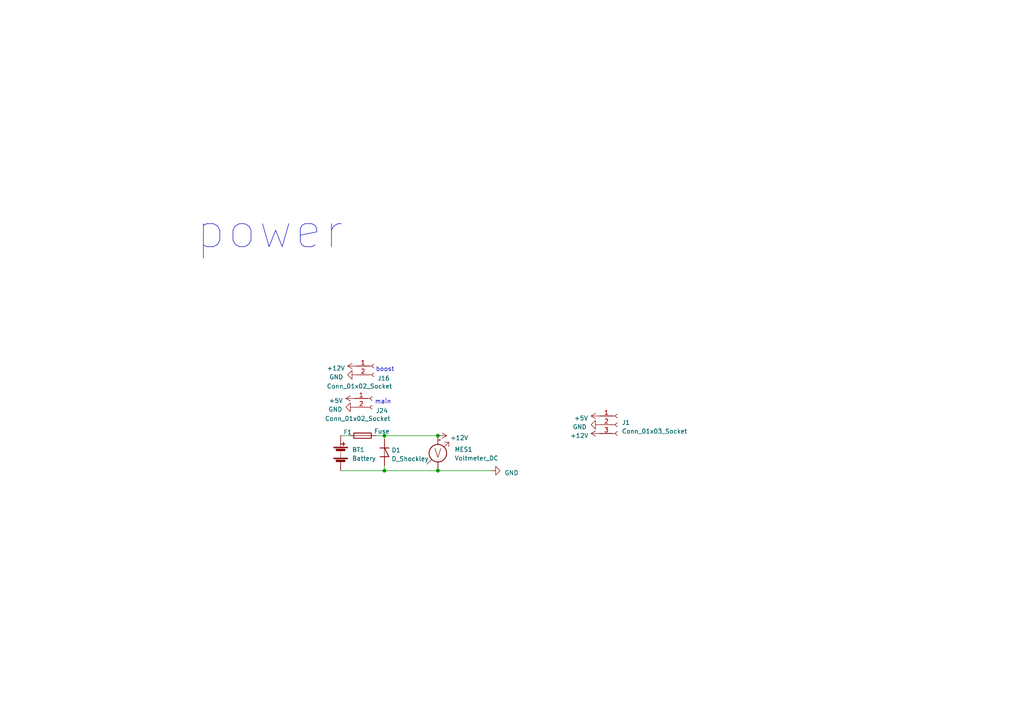
<source format=kicad_sch>
(kicad_sch (version 20230121) (generator eeschema)
  (paper "A4")
  (lib_symbols
    (symbol "Connector:Conn_01x02_Socket" (pin_names (offset 1.016) hide)
      (property "Reference" "J" (at 0 2.54 0))
      (property "Value" "Conn_01x02_Socket" (at 0 -5.08 0))
      (symbol "Conn_01x02_Socket_1_1"
        (arc (start 0 -2.032) (mid -0.5058 -2.54) (end 0 -3.048) (stroke (width 0.1524)))
        (polyline (pts (xy -1.27 -2.54) (xy -0.508 -2.54)) (stroke (width 0.1524)))
        (polyline (pts (xy -1.27 0) (xy -0.508 0)) (stroke (width 0.1524)))
        (arc (start 0 0.508) (mid -0.5058 0) (end 0 -0.508) (stroke (width 0.1524)))
        (pin passive line (at -5.08 0 0) (length 3.81) (name "Pin_1") (number "1"))
        (pin passive line (at -5.08 -2.54 0) (length 3.81) (name "Pin_2") (number "2"))
      )
    )
    (symbol "Connector:Conn_01x03_Socket" (pin_names (offset 1.016) hide)
      (property "Reference" "J" (at 0 5.08 0))
      (property "Value" "Conn_01x03_Socket" (at 0 -5.08 0))
      (symbol "Conn_01x03_Socket_1_1"
        (arc (start 0 -2.032) (mid -0.5058 -2.54) (end 0 -3.048) (stroke (width 0.1524)))
        (polyline (pts (xy -1.27 -2.54) (xy -0.508 -2.54)) (stroke (width 0.1524)))
        (polyline (pts (xy -1.27 0) (xy -0.508 0)) (stroke (width 0.1524)))
        (polyline (pts (xy -1.27 2.54) (xy -0.508 2.54)) (stroke (width 0.1524)))
        (arc (start 0 0.508) (mid -0.5058 0) (end 0 -0.508) (stroke (width 0.1524)))
        (arc (start 0 3.048) (mid -0.5058 2.54) (end 0 2.032) (stroke (width 0.1524)))
        (pin passive line (at -5.08 2.54 0) (length 3.81) (name "Pin_1") (number "1"))
        (pin passive line (at -5.08 0 0) (length 3.81) (name "Pin_2") (number "2"))
        (pin passive line (at -5.08 -2.54 0) (length 3.81) (name "Pin_3") (number "3"))
      )
    )
    (symbol "Device:Battery" (pin_numbers hide) (pin_names (offset 0) hide)
      (property "Reference" "BT" (at 2.54 2.54 0))
      (property "Value" "Battery" (at 2.54 0 0))
      (symbol "Battery_0_1"
        (rectangle (start -2.032 -1.397) (end 2.032 -1.651) (fill (type outline)))
        (rectangle (start -2.032 1.778) (end 2.032 1.524) (fill (type outline)))
        (rectangle (start -1.3208 -1.9812) (end 1.27 -2.4892) (fill (type outline)))
        (rectangle (start -1.3208 1.1938) (end 1.27 0.6858) (fill (type outline)))
        (polyline (pts (xy 0 -1.524) (xy 0 -1.27)))
        (polyline (pts (xy 0 -1.016) (xy 0 -0.762)))
        (polyline (pts (xy 0 -0.508) (xy 0 -0.254)))
        (polyline (pts (xy 0 0) (xy 0 0.254)))
        (polyline (pts (xy 0 0.508) (xy 0 0.762)))
        (polyline (pts (xy 0 1.778) (xy 0 2.54)))
        (polyline (pts (xy 0.254 2.667) (xy 1.27 2.667)) (stroke (width 0.254)))
        (polyline (pts (xy 0.762 3.175) (xy 0.762 2.159)) (stroke (width 0.254)))
      )
      (symbol "Battery_1_1"
        (pin passive line (at 0 5.08 270) (length 2.54) (name "+") (number "1"))
        (pin passive line (at 0 -5.08 90) (length 2.54) (name "-") (number "2"))
      )
    )
    (symbol "Device:D_Shockley" (pin_numbers hide) (pin_names (offset 1.016) hide)
      (property "Reference" "D" (at 0 2.54 0))
      (property "Value" "D_Shockley" (at 0 -2.54 0))
      (symbol "D_Shockley_0_1"
        (polyline (pts (xy -1.27 0) (xy 1.27 0)))
        (polyline (pts (xy -1.27 1.27) (xy -1.27 -1.27)) (stroke (width 0.254)))
        (polyline (pts (xy -1.27 0) (xy 1.27 1.27) (xy 1.27 -1.27)) (stroke (width 0.254)))
      )
      (symbol "D_Shockley_1_1"
        (pin passive line (at -3.81 0 0) (length 2.54) (name "K") (number "1"))
        (pin passive line (at 3.81 0 180) (length 2.54) (name "A") (number "2"))
      )
    )
    (symbol "Device:Fuse" (pin_numbers hide) (pin_names (offset 0))
      (property "Reference" "F" (at 2.032 0 90))
      (property "Value" "Fuse" (at -1.905 0 90))
      (symbol "Fuse_0_1"
        (rectangle (start -0.762 -2.54) (end 0.762 2.54) (stroke (width 0.254)))
        (polyline (pts (xy 0 2.54) (xy 0 -2.54)))
      )
      (symbol "Fuse_1_1"
        (pin passive line (at 0 3.81 270) (length 1.27) (name "~") (number "1"))
        (pin passive line (at 0 -3.81 90) (length 1.27) (name "~") (number "2"))
      )
    )
    (symbol "Device:Voltmeter_DC" (pin_numbers hide) (pin_names (offset 0.0254) hide)
      (property "Reference" "MES" (at -3.302 1.016 0))
      (property "Value" "Voltmeter_DC" (at -3.302 -0.762 0))
      (symbol "Voltmeter_DC_0_0"
        (polyline (pts (xy -3.175 -3.175) (xy -1.905 -1.905)))
        (polyline (pts (xy 1.905 1.905) (xy 3.175 3.175)))
        (polyline (pts (xy 1.905 3.175) (xy 3.175 3.175) (xy 3.175 1.905)))
        (text "V" (at 0 0 0) (effects (font (size 2.54 2.54))))
      )
      (symbol "Voltmeter_DC_0_1"
        (polyline (pts (xy 0.254 3.81) (xy 0.762 3.81)))
        (polyline (pts (xy 0.508 4.064) (xy 0.508 3.556)))
        (circle (center 0 0) (radius 2.54) (stroke (width 0.254)))
      )
      (symbol "Voltmeter_DC_1_1"
        (pin passive line (at 0 -5.08 90) (length 2.54) (name "-") (number "1"))
        (pin passive line (at 0 5.08 270) (length 2.54) (name "+") (number "2"))
      )
    )
    (symbol "power:+12V" (power) (pin_names (offset 0))
      (property "Value" "+12V" (at 0 3.556 0))
      (symbol "+12V_0_1"
        (polyline (pts (xy -0.762 1.27) (xy 0 2.54)))
        (polyline (pts (xy 0 0) (xy 0 2.54)))
        (polyline (pts (xy 0 2.54) (xy 0.762 1.27)))
      )
      (symbol "+12V_1_1"
        (pin power_in line (at 0 0 90) (length 0) hide (name "+12V") (number "1"))
      )
    )
    (symbol "power:+5V" (power) (pin_names (offset 0))
      (property "Value" "+5V" (at 0 3.556 0))
      (symbol "+5V_0_1"
        (polyline (pts (xy -0.762 1.27) (xy 0 2.54)))
        (polyline (pts (xy 0 0) (xy 0 2.54)))
        (polyline (pts (xy 0 2.54) (xy 0.762 1.27)))
      )
      (symbol "+5V_1_1"
        (pin power_in line (at 0 0 90) (length 0) hide (name "+5V") (number "1"))
      )
    )
    (symbol "power:GND" (power) (pin_names (offset 0))
      (property "Value" "GND" (at 0 -3.81 0))
      (symbol "GND_0_1"
        (polyline (pts (xy 0 0) (xy 0 -1.27) (xy 1.27 -1.27) (xy 0 -2.54) (xy -1.27 -1.27) (xy 0 -1.27)))
      )
      (symbol "GND_1_1"
        (pin power_in line (at 0 0 270) (length 0) hide (name "GND") (number "1"))
      )
    )
  )
  (junction (at 127 136.525))
  (junction (at 111.506 136.525))
  (junction (at 111.506 126.365))
  (junction (at 127 126.365))
  (wire (pts (xy 98.806 136.525) (xy 111.506 136.525)))
  (wire (pts (xy 111.506 135.001) (xy 111.506 136.525)))
  (wire (pts (xy 111.506 126.365) (xy 127 126.365)))
  (wire (pts (xy 142.494 136.525) (xy 127 136.525)))
  (wire (pts (xy 108.966 126.365) (xy 111.506 126.365)))
  (wire (pts (xy 98.806 126.365) (xy 101.346 126.365)))
  (wire (pts (xy 111.506 136.525) (xy 127 136.525)))
  (wire (pts (xy 111.506 127.381) (xy 111.506 126.365)))
  (text "main" (at 108.712 117.348 0) (effects (font (size 1.27 1.27)) (justify left bottom)))
  (text "power" (at 56.515 73.025 0) (effects (font (size 10 10)) (justify left bottom)))
  (text "boost" (at 108.966 107.95 0) (effects (font (size 1.27 1.27)) (justify left bottom)))
  (symbol (lib_id "Connector:Conn_01x02_Socket") (at 107.95 115.57 0) (unit 1)
    (property "Reference" "J24" (at 108.966 119.126 0) (effects (justify left)))
    (property "Value" "Conn_01x02_Socket" (at 94.234 121.412 0) (effects (justify left)))
    (property "Footprint" "Connector_PinHeader_2.54mm:PinHeader_1x02_P2.54mm_Vertical" (effects hide))
  )
  (symbol (lib_id "power:+12V") (at 173.99 125.73 90) (unit 1)
    (property "Reference" "#PWR08" (effects hide))
    (property "Value" "+12V" (at 170.688 126.365 90) (effects (justify left)))
  )
  (symbol (lib_id "Connector:Conn_01x02_Socket") (at 108.458 106.172 0) (unit 1)
    (property "Reference" "J16" (at 109.474 109.728 0) (effects (justify left)))
    (property "Value" "Conn_01x02_Socket" (at 94.742 112.014 0) (effects (justify left)))
    (property "Footprint" "Connector_PinHeader_2.54mm:PinHeader_1x02_P2.54mm_Vertical" (effects hide))
  )
  (symbol (lib_id "Device:Voltmeter_DC") (at 127 131.445 0) (unit 1)
    (property "Reference" "MES1" (at 131.826 130.3655 0) (effects (justify left)))
    (property "Value" "Voltmeter_DC" (at 131.826 132.9055 0) (effects (justify left)))
    (property "Footprint" "Connector_PinHeader_2.54mm:PinHeader_1x02_P2.54mm_Vertical" (effects hide))
  )
  (symbol (lib_id "Connector:Conn_01x03_Socket") (at 179.07 123.19 0) (unit 1)
    (property "Reference" "J1" (at 180.34 122.555 0) (effects (justify left)))
    (property "Value" "Conn_01x03_Socket" (at 180.34 125.095 0) (effects (justify left)))
    (property "Footprint" "Connector_PinHeader_2.54mm:PinHeader_1x03_P2.54mm_Vertical" (effects hide))
  )
  (symbol (lib_id "power:+5V") (at 102.87 115.57 90) (unit 1)
    (property "Reference" "#PWR091" (effects hide))
    (property "Value" "+5V" (at 99.4825 116.205 90) (effects (justify left)))
  )
  (symbol (lib_id "power:+12V") (at 127 126.365 270) (unit 1)
    (property "Reference" "#PWR05" (effects hide))
    (property "Value" "+12V" (at 130.556 127 90) (effects (justify left)))
  )
  (symbol (lib_id "power:+5V") (at 173.99 120.65 90) (unit 1)
    (property "Reference" "#PWR07" (effects hide))
    (property "Value" "+5V" (at 170.6025 121.285 90) (effects (justify left)))
  )
  (symbol (lib_id "Device:Fuse") (at 105.156 126.365 90) (unit 1)
    (property "Reference" "F1" (at 100.838 125.349 90))
    (property "Value" "Fuse" (at 110.744 125.095 90))
    (property "Footprint" "Fuse_Socket:fuse_socket" (effects hide))
  )
  (symbol (lib_id "power:+12V") (at 103.378 106.172 90) (unit 1)
    (property "Reference" "#PWR087" (effects hide))
    (property "Value" "+12V" (at 100.076 106.807 90) (effects (justify left)))
  )
  (symbol (lib_id "Device:D_Shockley") (at 111.506 131.191 270) (unit 1)
    (property "Reference" "D1" (at 113.538 130.556 90) (effects (justify left)))
    (property "Value" "D_Shockley" (at 113.538 133.096 90) (effects (justify left)))
    (property "Footprint" "Diode_THT:D_5W_P12.70mm_Horizontal" (effects hide))
  )
  (symbol (lib_id "power:GND") (at 103.378 108.712 270) (unit 1)
    (property "Reference" "#PWR088" (effects hide))
    (property "Value" "GND" (at 99.568 109.347 90) (effects (justify right)))
  )
  (symbol (lib_id "power:GND") (at 102.87 118.11 270) (unit 1)
    (property "Reference" "#PWR092" (effects hide))
    (property "Value" "GND" (at 99.3127 118.745 90) (effects (justify right)))
  )
  (symbol (lib_id "Device:Battery") (at 98.806 131.445 0) (unit 1)
    (property "Reference" "BT1" (at 102.108 130.429 0) (effects (justify left)))
    (property "Value" "Battery" (at 102.108 132.969 0) (effects (justify left)))
    (property "Footprint" "Connector_JST:JST_VH_B2P-VH-B_1x02_P3.96mm_Vertical" (effects hide))
  )
  (symbol (lib_id "power:GND") (at 173.99 123.19 270) (unit 1)
    (property "Reference" "#PWR09" (effects hide))
    (property "Value" "GND" (at 170.18 123.825 90) (effects (justify right)))
  )
  (symbol (lib_id "power:GND") (at 142.494 136.525 90) (unit 1)
    (property "Reference" "#PWR06" (effects hide))
    (property "Value" "GND" (at 146.304 137.16 90) (effects (justify right)))
  )
)
</source>
